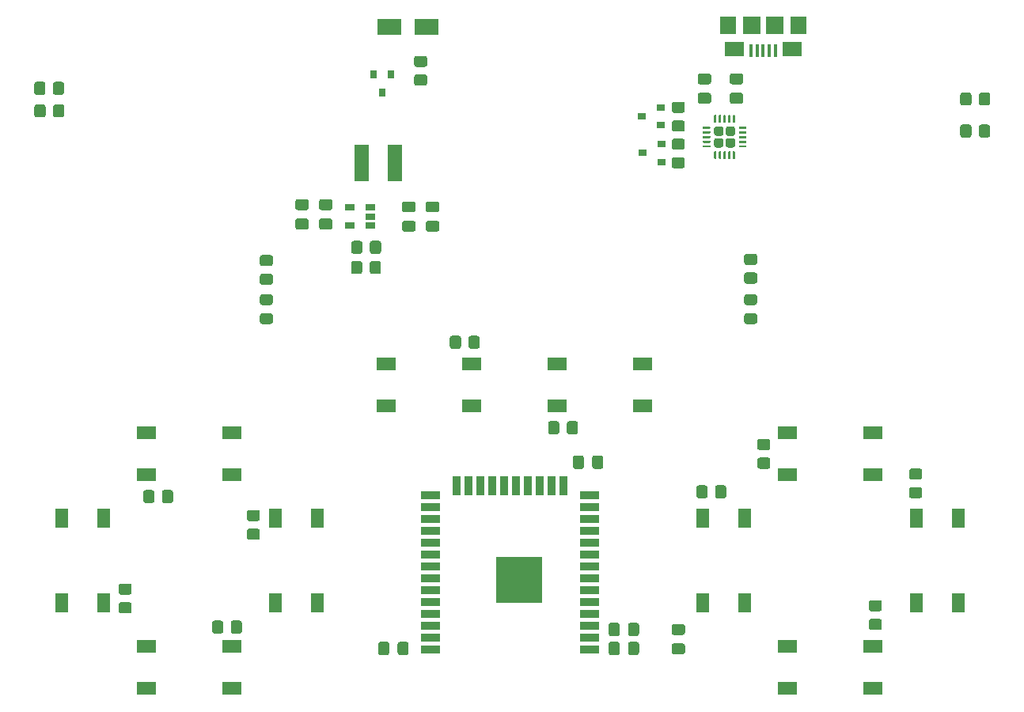
<source format=gbr>
%TF.GenerationSoftware,KiCad,Pcbnew,5.1.12-84ad8e8a86~92~ubuntu18.04.1*%
%TF.CreationDate,2021-12-07T10:10:18-05:00*%
%TF.ProjectId,Makers-Unified-Controller,4d616b65-7273-42d5-956e-69666965642d,rev?*%
%TF.SameCoordinates,Original*%
%TF.FileFunction,Paste,Top*%
%TF.FilePolarity,Positive*%
%FSLAX46Y46*%
G04 Gerber Fmt 4.6, Leading zero omitted, Abs format (unit mm)*
G04 Created by KiCad (PCBNEW 5.1.12-84ad8e8a86~92~ubuntu18.04.1) date 2021-12-07 10:10:18*
%MOMM*%
%LPD*%
G01*
G04 APERTURE LIST*
%ADD10R,2.100000X1.400000*%
%ADD11R,2.000000X0.900000*%
%ADD12R,0.900000X2.000000*%
%ADD13R,5.000000X5.000000*%
%ADD14R,1.060000X0.650000*%
%ADD15R,1.400000X2.100000*%
%ADD16R,0.900000X0.800000*%
%ADD17R,0.800000X0.900000*%
%ADD18R,1.498600X3.987800*%
%ADD19R,0.400000X1.350000*%
%ADD20R,2.100000X1.600000*%
%ADD21R,1.900000X1.900000*%
%ADD22R,1.800000X1.900000*%
%ADD23R,2.500000X1.800000*%
G04 APERTURE END LIST*
D10*
%TO.C,SW12*%
X191030000Y-125440000D03*
X200130000Y-125440000D03*
X200130000Y-120940000D03*
X191030000Y-120940000D03*
%TD*%
%TO.C,C11*%
G36*
G01*
X169222000Y-100744000D02*
X169222000Y-101694000D01*
G75*
G02*
X168972000Y-101944000I-250000J0D01*
G01*
X168297000Y-101944000D01*
G75*
G02*
X168047000Y-101694000I0J250000D01*
G01*
X168047000Y-100744000D01*
G75*
G02*
X168297000Y-100494000I250000J0D01*
G01*
X168972000Y-100494000D01*
G75*
G02*
X169222000Y-100744000I0J-250000D01*
G01*
G37*
G36*
G01*
X171297000Y-100744000D02*
X171297000Y-101694000D01*
G75*
G02*
X171047000Y-101944000I-250000J0D01*
G01*
X170372000Y-101944000D01*
G75*
G02*
X170122000Y-101694000I0J250000D01*
G01*
X170122000Y-100744000D01*
G75*
G02*
X170372000Y-100494000I250000J0D01*
G01*
X171047000Y-100494000D01*
G75*
G02*
X171297000Y-100744000I0J-250000D01*
G01*
G37*
%TD*%
%TO.C,C10*%
G36*
G01*
X149294000Y-121633000D02*
X149294000Y-120683000D01*
G75*
G02*
X149544000Y-120433000I250000J0D01*
G01*
X150219000Y-120433000D01*
G75*
G02*
X150469000Y-120683000I0J-250000D01*
G01*
X150469000Y-121633000D01*
G75*
G02*
X150219000Y-121883000I-250000J0D01*
G01*
X149544000Y-121883000D01*
G75*
G02*
X149294000Y-121633000I0J250000D01*
G01*
G37*
G36*
G01*
X147219000Y-121633000D02*
X147219000Y-120683000D01*
G75*
G02*
X147469000Y-120433000I250000J0D01*
G01*
X148144000Y-120433000D01*
G75*
G02*
X148394000Y-120683000I0J-250000D01*
G01*
X148394000Y-121633000D01*
G75*
G02*
X148144000Y-121883000I-250000J0D01*
G01*
X147469000Y-121883000D01*
G75*
G02*
X147219000Y-121633000I0J250000D01*
G01*
G37*
%TD*%
%TO.C,C9*%
G36*
G01*
X182593000Y-60785500D02*
X181643000Y-60785500D01*
G75*
G02*
X181393000Y-60535500I0J250000D01*
G01*
X181393000Y-59860500D01*
G75*
G02*
X181643000Y-59610500I250000J0D01*
G01*
X182593000Y-59610500D01*
G75*
G02*
X182843000Y-59860500I0J-250000D01*
G01*
X182843000Y-60535500D01*
G75*
G02*
X182593000Y-60785500I-250000J0D01*
G01*
G37*
G36*
G01*
X182593000Y-62860500D02*
X181643000Y-62860500D01*
G75*
G02*
X181393000Y-62610500I0J250000D01*
G01*
X181393000Y-61935500D01*
G75*
G02*
X181643000Y-61685500I250000J0D01*
G01*
X182593000Y-61685500D01*
G75*
G02*
X182843000Y-61935500I0J-250000D01*
G01*
X182843000Y-62610500D01*
G75*
G02*
X182593000Y-62860500I-250000J0D01*
G01*
G37*
%TD*%
D11*
%TO.C,U5*%
X152790000Y-121285000D03*
X152790000Y-120015000D03*
X152790000Y-118745000D03*
X152790000Y-117475000D03*
X152790000Y-116205000D03*
X152790000Y-114935000D03*
X152790000Y-113665000D03*
X152790000Y-112395000D03*
X152790000Y-111125000D03*
X152790000Y-109855000D03*
X152790000Y-108585000D03*
X152790000Y-107315000D03*
X152790000Y-106045000D03*
X152790000Y-104775000D03*
D12*
X155575000Y-103775000D03*
X156845000Y-103775000D03*
X158115000Y-103775000D03*
X159385000Y-103775000D03*
X160655000Y-103775000D03*
X161925000Y-103775000D03*
X163195000Y-103775000D03*
X164465000Y-103775000D03*
X165735000Y-103775000D03*
X167005000Y-103775000D03*
D11*
X169790000Y-104775000D03*
X169790000Y-106045000D03*
X169790000Y-107315000D03*
X169790000Y-108585000D03*
X169790000Y-109855000D03*
X169790000Y-111125000D03*
X169790000Y-112395000D03*
X169790000Y-113665000D03*
X169790000Y-114935000D03*
X169790000Y-116205000D03*
X169790000Y-117475000D03*
X169790000Y-118745000D03*
X169790000Y-120015000D03*
X169790000Y-121285000D03*
D13*
X162290000Y-113785000D03*
%TD*%
D14*
%TO.C,U3*%
X144145000Y-75880000D03*
X144145000Y-73980000D03*
X146345000Y-73980000D03*
X146345000Y-74930000D03*
X146345000Y-75880000D03*
%TD*%
%TO.C,U2*%
G36*
G01*
X185157000Y-66301000D02*
X184647000Y-66301000D01*
G75*
G02*
X184397000Y-66051000I0J250000D01*
G01*
X184397000Y-65541000D01*
G75*
G02*
X184647000Y-65291000I250000J0D01*
G01*
X185157000Y-65291000D01*
G75*
G02*
X185407000Y-65541000I0J-250000D01*
G01*
X185407000Y-66051000D01*
G75*
G02*
X185157000Y-66301000I-250000J0D01*
G01*
G37*
G36*
G01*
X183907000Y-66301000D02*
X183397000Y-66301000D01*
G75*
G02*
X183147000Y-66051000I0J250000D01*
G01*
X183147000Y-65541000D01*
G75*
G02*
X183397000Y-65291000I250000J0D01*
G01*
X183907000Y-65291000D01*
G75*
G02*
X184157000Y-65541000I0J-250000D01*
G01*
X184157000Y-66051000D01*
G75*
G02*
X183907000Y-66301000I-250000J0D01*
G01*
G37*
G36*
G01*
X185157000Y-67551000D02*
X184647000Y-67551000D01*
G75*
G02*
X184397000Y-67301000I0J250000D01*
G01*
X184397000Y-66791000D01*
G75*
G02*
X184647000Y-66541000I250000J0D01*
G01*
X185157000Y-66541000D01*
G75*
G02*
X185407000Y-66791000I0J-250000D01*
G01*
X185407000Y-67301000D01*
G75*
G02*
X185157000Y-67551000I-250000J0D01*
G01*
G37*
G36*
G01*
X183907000Y-67551000D02*
X183397000Y-67551000D01*
G75*
G02*
X183147000Y-67301000I0J250000D01*
G01*
X183147000Y-66791000D01*
G75*
G02*
X183397000Y-66541000I250000J0D01*
G01*
X183907000Y-66541000D01*
G75*
G02*
X184157000Y-66791000I0J-250000D01*
G01*
X184157000Y-67301000D01*
G75*
G02*
X183907000Y-67551000I-250000J0D01*
G01*
G37*
G36*
G01*
X182689500Y-67546000D02*
X181989500Y-67546000D01*
G75*
G02*
X181927000Y-67483500I0J62500D01*
G01*
X181927000Y-67358500D01*
G75*
G02*
X181989500Y-67296000I62500J0D01*
G01*
X182689500Y-67296000D01*
G75*
G02*
X182752000Y-67358500I0J-62500D01*
G01*
X182752000Y-67483500D01*
G75*
G02*
X182689500Y-67546000I-62500J0D01*
G01*
G37*
G36*
G01*
X182689500Y-67046000D02*
X181989500Y-67046000D01*
G75*
G02*
X181927000Y-66983500I0J62500D01*
G01*
X181927000Y-66858500D01*
G75*
G02*
X181989500Y-66796000I62500J0D01*
G01*
X182689500Y-66796000D01*
G75*
G02*
X182752000Y-66858500I0J-62500D01*
G01*
X182752000Y-66983500D01*
G75*
G02*
X182689500Y-67046000I-62500J0D01*
G01*
G37*
G36*
G01*
X182689500Y-66546000D02*
X181989500Y-66546000D01*
G75*
G02*
X181927000Y-66483500I0J62500D01*
G01*
X181927000Y-66358500D01*
G75*
G02*
X181989500Y-66296000I62500J0D01*
G01*
X182689500Y-66296000D01*
G75*
G02*
X182752000Y-66358500I0J-62500D01*
G01*
X182752000Y-66483500D01*
G75*
G02*
X182689500Y-66546000I-62500J0D01*
G01*
G37*
G36*
G01*
X182689500Y-66046000D02*
X181989500Y-66046000D01*
G75*
G02*
X181927000Y-65983500I0J62500D01*
G01*
X181927000Y-65858500D01*
G75*
G02*
X181989500Y-65796000I62500J0D01*
G01*
X182689500Y-65796000D01*
G75*
G02*
X182752000Y-65858500I0J-62500D01*
G01*
X182752000Y-65983500D01*
G75*
G02*
X182689500Y-66046000I-62500J0D01*
G01*
G37*
G36*
G01*
X182689500Y-65546000D02*
X181989500Y-65546000D01*
G75*
G02*
X181927000Y-65483500I0J62500D01*
G01*
X181927000Y-65358500D01*
G75*
G02*
X181989500Y-65296000I62500J0D01*
G01*
X182689500Y-65296000D01*
G75*
G02*
X182752000Y-65358500I0J-62500D01*
G01*
X182752000Y-65483500D01*
G75*
G02*
X182689500Y-65546000I-62500J0D01*
G01*
G37*
G36*
G01*
X183339500Y-64896000D02*
X183214500Y-64896000D01*
G75*
G02*
X183152000Y-64833500I0J62500D01*
G01*
X183152000Y-64133500D01*
G75*
G02*
X183214500Y-64071000I62500J0D01*
G01*
X183339500Y-64071000D01*
G75*
G02*
X183402000Y-64133500I0J-62500D01*
G01*
X183402000Y-64833500D01*
G75*
G02*
X183339500Y-64896000I-62500J0D01*
G01*
G37*
G36*
G01*
X183839500Y-64896000D02*
X183714500Y-64896000D01*
G75*
G02*
X183652000Y-64833500I0J62500D01*
G01*
X183652000Y-64133500D01*
G75*
G02*
X183714500Y-64071000I62500J0D01*
G01*
X183839500Y-64071000D01*
G75*
G02*
X183902000Y-64133500I0J-62500D01*
G01*
X183902000Y-64833500D01*
G75*
G02*
X183839500Y-64896000I-62500J0D01*
G01*
G37*
G36*
G01*
X184339500Y-64896000D02*
X184214500Y-64896000D01*
G75*
G02*
X184152000Y-64833500I0J62500D01*
G01*
X184152000Y-64133500D01*
G75*
G02*
X184214500Y-64071000I62500J0D01*
G01*
X184339500Y-64071000D01*
G75*
G02*
X184402000Y-64133500I0J-62500D01*
G01*
X184402000Y-64833500D01*
G75*
G02*
X184339500Y-64896000I-62500J0D01*
G01*
G37*
G36*
G01*
X184839500Y-64896000D02*
X184714500Y-64896000D01*
G75*
G02*
X184652000Y-64833500I0J62500D01*
G01*
X184652000Y-64133500D01*
G75*
G02*
X184714500Y-64071000I62500J0D01*
G01*
X184839500Y-64071000D01*
G75*
G02*
X184902000Y-64133500I0J-62500D01*
G01*
X184902000Y-64833500D01*
G75*
G02*
X184839500Y-64896000I-62500J0D01*
G01*
G37*
G36*
G01*
X185339500Y-64896000D02*
X185214500Y-64896000D01*
G75*
G02*
X185152000Y-64833500I0J62500D01*
G01*
X185152000Y-64133500D01*
G75*
G02*
X185214500Y-64071000I62500J0D01*
G01*
X185339500Y-64071000D01*
G75*
G02*
X185402000Y-64133500I0J-62500D01*
G01*
X185402000Y-64833500D01*
G75*
G02*
X185339500Y-64896000I-62500J0D01*
G01*
G37*
G36*
G01*
X186564500Y-65546000D02*
X185864500Y-65546000D01*
G75*
G02*
X185802000Y-65483500I0J62500D01*
G01*
X185802000Y-65358500D01*
G75*
G02*
X185864500Y-65296000I62500J0D01*
G01*
X186564500Y-65296000D01*
G75*
G02*
X186627000Y-65358500I0J-62500D01*
G01*
X186627000Y-65483500D01*
G75*
G02*
X186564500Y-65546000I-62500J0D01*
G01*
G37*
G36*
G01*
X186564500Y-66046000D02*
X185864500Y-66046000D01*
G75*
G02*
X185802000Y-65983500I0J62500D01*
G01*
X185802000Y-65858500D01*
G75*
G02*
X185864500Y-65796000I62500J0D01*
G01*
X186564500Y-65796000D01*
G75*
G02*
X186627000Y-65858500I0J-62500D01*
G01*
X186627000Y-65983500D01*
G75*
G02*
X186564500Y-66046000I-62500J0D01*
G01*
G37*
G36*
G01*
X186564500Y-66546000D02*
X185864500Y-66546000D01*
G75*
G02*
X185802000Y-66483500I0J62500D01*
G01*
X185802000Y-66358500D01*
G75*
G02*
X185864500Y-66296000I62500J0D01*
G01*
X186564500Y-66296000D01*
G75*
G02*
X186627000Y-66358500I0J-62500D01*
G01*
X186627000Y-66483500D01*
G75*
G02*
X186564500Y-66546000I-62500J0D01*
G01*
G37*
G36*
G01*
X186564500Y-67046000D02*
X185864500Y-67046000D01*
G75*
G02*
X185802000Y-66983500I0J62500D01*
G01*
X185802000Y-66858500D01*
G75*
G02*
X185864500Y-66796000I62500J0D01*
G01*
X186564500Y-66796000D01*
G75*
G02*
X186627000Y-66858500I0J-62500D01*
G01*
X186627000Y-66983500D01*
G75*
G02*
X186564500Y-67046000I-62500J0D01*
G01*
G37*
G36*
G01*
X186564500Y-67546000D02*
X185864500Y-67546000D01*
G75*
G02*
X185802000Y-67483500I0J62500D01*
G01*
X185802000Y-67358500D01*
G75*
G02*
X185864500Y-67296000I62500J0D01*
G01*
X186564500Y-67296000D01*
G75*
G02*
X186627000Y-67358500I0J-62500D01*
G01*
X186627000Y-67483500D01*
G75*
G02*
X186564500Y-67546000I-62500J0D01*
G01*
G37*
G36*
G01*
X185339500Y-68771000D02*
X185214500Y-68771000D01*
G75*
G02*
X185152000Y-68708500I0J62500D01*
G01*
X185152000Y-68008500D01*
G75*
G02*
X185214500Y-67946000I62500J0D01*
G01*
X185339500Y-67946000D01*
G75*
G02*
X185402000Y-68008500I0J-62500D01*
G01*
X185402000Y-68708500D01*
G75*
G02*
X185339500Y-68771000I-62500J0D01*
G01*
G37*
G36*
G01*
X184839500Y-68771000D02*
X184714500Y-68771000D01*
G75*
G02*
X184652000Y-68708500I0J62500D01*
G01*
X184652000Y-68008500D01*
G75*
G02*
X184714500Y-67946000I62500J0D01*
G01*
X184839500Y-67946000D01*
G75*
G02*
X184902000Y-68008500I0J-62500D01*
G01*
X184902000Y-68708500D01*
G75*
G02*
X184839500Y-68771000I-62500J0D01*
G01*
G37*
G36*
G01*
X184339500Y-68771000D02*
X184214500Y-68771000D01*
G75*
G02*
X184152000Y-68708500I0J62500D01*
G01*
X184152000Y-68008500D01*
G75*
G02*
X184214500Y-67946000I62500J0D01*
G01*
X184339500Y-67946000D01*
G75*
G02*
X184402000Y-68008500I0J-62500D01*
G01*
X184402000Y-68708500D01*
G75*
G02*
X184339500Y-68771000I-62500J0D01*
G01*
G37*
G36*
G01*
X183839500Y-68771000D02*
X183714500Y-68771000D01*
G75*
G02*
X183652000Y-68708500I0J62500D01*
G01*
X183652000Y-68008500D01*
G75*
G02*
X183714500Y-67946000I62500J0D01*
G01*
X183839500Y-67946000D01*
G75*
G02*
X183902000Y-68008500I0J-62500D01*
G01*
X183902000Y-68708500D01*
G75*
G02*
X183839500Y-68771000I-62500J0D01*
G01*
G37*
G36*
G01*
X183339500Y-68771000D02*
X183214500Y-68771000D01*
G75*
G02*
X183152000Y-68708500I0J62500D01*
G01*
X183152000Y-68008500D01*
G75*
G02*
X183214500Y-67946000I62500J0D01*
G01*
X183339500Y-67946000D01*
G75*
G02*
X183402000Y-68008500I0J-62500D01*
G01*
X183402000Y-68708500D01*
G75*
G02*
X183339500Y-68771000I-62500J0D01*
G01*
G37*
%TD*%
D15*
%TO.C,SW13*%
X186400000Y-116310000D03*
X186400000Y-107210000D03*
X181900000Y-107210000D03*
X181900000Y-116310000D03*
%TD*%
%TO.C,SW11*%
X209260000Y-116310000D03*
X209260000Y-107210000D03*
X204760000Y-107210000D03*
X204760000Y-116310000D03*
%TD*%
D10*
%TO.C,SW10*%
X200130000Y-98080000D03*
X191030000Y-98080000D03*
X191030000Y-102580000D03*
X200130000Y-102580000D03*
%TD*%
D15*
%TO.C,SW9*%
X113320000Y-107210000D03*
X113320000Y-116310000D03*
X117820000Y-116310000D03*
X117820000Y-107210000D03*
%TD*%
D10*
%TO.C,SW8*%
X122450000Y-125440000D03*
X131550000Y-125440000D03*
X131550000Y-120940000D03*
X122450000Y-120940000D03*
%TD*%
D15*
%TO.C,SW7*%
X140680000Y-116310000D03*
X140680000Y-107210000D03*
X136180000Y-107210000D03*
X136180000Y-116310000D03*
%TD*%
D10*
%TO.C,SW6*%
X131550000Y-98080000D03*
X122450000Y-98080000D03*
X122450000Y-102580000D03*
X131550000Y-102580000D03*
%TD*%
%TO.C,SW3*%
X148104000Y-95214000D03*
X157204000Y-95214000D03*
X157204000Y-90714000D03*
X148104000Y-90714000D03*
%TD*%
%TO.C,SW2*%
X175492000Y-90714000D03*
X166392000Y-90714000D03*
X166392000Y-95214000D03*
X175492000Y-95214000D03*
%TD*%
%TO.C,R21*%
G36*
G01*
X186620999Y-80918000D02*
X187521001Y-80918000D01*
G75*
G02*
X187771000Y-81167999I0J-249999D01*
G01*
X187771000Y-81868001D01*
G75*
G02*
X187521001Y-82118000I-249999J0D01*
G01*
X186620999Y-82118000D01*
G75*
G02*
X186371000Y-81868001I0J249999D01*
G01*
X186371000Y-81167999D01*
G75*
G02*
X186620999Y-80918000I249999J0D01*
G01*
G37*
G36*
G01*
X186620999Y-78918000D02*
X187521001Y-78918000D01*
G75*
G02*
X187771000Y-79167999I0J-249999D01*
G01*
X187771000Y-79868001D01*
G75*
G02*
X187521001Y-80118000I-249999J0D01*
G01*
X186620999Y-80118000D01*
G75*
G02*
X186371000Y-79868001I0J249999D01*
G01*
X186371000Y-79167999D01*
G75*
G02*
X186620999Y-78918000I249999J0D01*
G01*
G37*
%TD*%
%TO.C,R20*%
G36*
G01*
X183264000Y-104844001D02*
X183264000Y-103943999D01*
G75*
G02*
X183513999Y-103694000I249999J0D01*
G01*
X184214001Y-103694000D01*
G75*
G02*
X184464000Y-103943999I0J-249999D01*
G01*
X184464000Y-104844001D01*
G75*
G02*
X184214001Y-105094000I-249999J0D01*
G01*
X183513999Y-105094000D01*
G75*
G02*
X183264000Y-104844001I0J249999D01*
G01*
G37*
G36*
G01*
X181264000Y-104844001D02*
X181264000Y-103943999D01*
G75*
G02*
X181513999Y-103694000I249999J0D01*
G01*
X182214001Y-103694000D01*
G75*
G02*
X182464000Y-103943999I0J-249999D01*
G01*
X182464000Y-104844001D01*
G75*
G02*
X182214001Y-105094000I-249999J0D01*
G01*
X181513999Y-105094000D01*
G75*
G02*
X181264000Y-104844001I0J249999D01*
G01*
G37*
%TD*%
%TO.C,R19*%
G36*
G01*
X134804999Y-81045000D02*
X135705001Y-81045000D01*
G75*
G02*
X135955000Y-81294999I0J-249999D01*
G01*
X135955000Y-81995001D01*
G75*
G02*
X135705001Y-82245000I-249999J0D01*
G01*
X134804999Y-82245000D01*
G75*
G02*
X134555000Y-81995001I0J249999D01*
G01*
X134555000Y-81294999D01*
G75*
G02*
X134804999Y-81045000I249999J0D01*
G01*
G37*
G36*
G01*
X134804999Y-79045000D02*
X135705001Y-79045000D01*
G75*
G02*
X135955000Y-79294999I0J-249999D01*
G01*
X135955000Y-79995001D01*
G75*
G02*
X135705001Y-80245000I-249999J0D01*
G01*
X134804999Y-80245000D01*
G75*
G02*
X134555000Y-79995001I0J249999D01*
G01*
X134555000Y-79294999D01*
G75*
G02*
X134804999Y-79045000I249999J0D01*
G01*
G37*
%TD*%
%TO.C,R18*%
G36*
G01*
X200856001Y-117186000D02*
X199955999Y-117186000D01*
G75*
G02*
X199706000Y-116936001I0J249999D01*
G01*
X199706000Y-116235999D01*
G75*
G02*
X199955999Y-115986000I249999J0D01*
G01*
X200856001Y-115986000D01*
G75*
G02*
X201106000Y-116235999I0J-249999D01*
G01*
X201106000Y-116936001D01*
G75*
G02*
X200856001Y-117186000I-249999J0D01*
G01*
G37*
G36*
G01*
X200856001Y-119186000D02*
X199955999Y-119186000D01*
G75*
G02*
X199706000Y-118936001I0J249999D01*
G01*
X199706000Y-118235999D01*
G75*
G02*
X199955999Y-117986000I249999J0D01*
G01*
X200856001Y-117986000D01*
G75*
G02*
X201106000Y-118235999I0J-249999D01*
G01*
X201106000Y-118936001D01*
G75*
G02*
X200856001Y-119186000I-249999J0D01*
G01*
G37*
%TD*%
%TO.C,R17*%
G36*
G01*
X205174001Y-103089000D02*
X204273999Y-103089000D01*
G75*
G02*
X204024000Y-102839001I0J249999D01*
G01*
X204024000Y-102138999D01*
G75*
G02*
X204273999Y-101889000I249999J0D01*
G01*
X205174001Y-101889000D01*
G75*
G02*
X205424000Y-102138999I0J-249999D01*
G01*
X205424000Y-102839001D01*
G75*
G02*
X205174001Y-103089000I-249999J0D01*
G01*
G37*
G36*
G01*
X205174001Y-105089000D02*
X204273999Y-105089000D01*
G75*
G02*
X204024000Y-104839001I0J249999D01*
G01*
X204024000Y-104138999D01*
G75*
G02*
X204273999Y-103889000I249999J0D01*
G01*
X205174001Y-103889000D01*
G75*
G02*
X205424000Y-104138999I0J-249999D01*
G01*
X205424000Y-104839001D01*
G75*
G02*
X205174001Y-105089000I-249999J0D01*
G01*
G37*
%TD*%
%TO.C,R16*%
G36*
G01*
X188918001Y-99930000D02*
X188017999Y-99930000D01*
G75*
G02*
X187768000Y-99680001I0J249999D01*
G01*
X187768000Y-98979999D01*
G75*
G02*
X188017999Y-98730000I249999J0D01*
G01*
X188918001Y-98730000D01*
G75*
G02*
X189168000Y-98979999I0J-249999D01*
G01*
X189168000Y-99680001D01*
G75*
G02*
X188918001Y-99930000I-249999J0D01*
G01*
G37*
G36*
G01*
X188918001Y-101930000D02*
X188017999Y-101930000D01*
G75*
G02*
X187768000Y-101680001I0J249999D01*
G01*
X187768000Y-100979999D01*
G75*
G02*
X188017999Y-100730000I249999J0D01*
G01*
X188918001Y-100730000D01*
G75*
G02*
X189168000Y-100979999I0J-249999D01*
G01*
X189168000Y-101680001D01*
G75*
G02*
X188918001Y-101930000I-249999J0D01*
G01*
G37*
%TD*%
%TO.C,R15*%
G36*
G01*
X120592001Y-115408000D02*
X119691999Y-115408000D01*
G75*
G02*
X119442000Y-115158001I0J249999D01*
G01*
X119442000Y-114457999D01*
G75*
G02*
X119691999Y-114208000I249999J0D01*
G01*
X120592001Y-114208000D01*
G75*
G02*
X120842000Y-114457999I0J-249999D01*
G01*
X120842000Y-115158001D01*
G75*
G02*
X120592001Y-115408000I-249999J0D01*
G01*
G37*
G36*
G01*
X120592001Y-117408000D02*
X119691999Y-117408000D01*
G75*
G02*
X119442000Y-117158001I0J249999D01*
G01*
X119442000Y-116457999D01*
G75*
G02*
X119691999Y-116208000I249999J0D01*
G01*
X120592001Y-116208000D01*
G75*
G02*
X120842000Y-116457999I0J-249999D01*
G01*
X120842000Y-117158001D01*
G75*
G02*
X120592001Y-117408000I-249999J0D01*
G01*
G37*
%TD*%
%TO.C,R14*%
G36*
G01*
X130648000Y-118421999D02*
X130648000Y-119322001D01*
G75*
G02*
X130398001Y-119572000I-249999J0D01*
G01*
X129697999Y-119572000D01*
G75*
G02*
X129448000Y-119322001I0J249999D01*
G01*
X129448000Y-118421999D01*
G75*
G02*
X129697999Y-118172000I249999J0D01*
G01*
X130398001Y-118172000D01*
G75*
G02*
X130648000Y-118421999I0J-249999D01*
G01*
G37*
G36*
G01*
X132648000Y-118421999D02*
X132648000Y-119322001D01*
G75*
G02*
X132398001Y-119572000I-249999J0D01*
G01*
X131697999Y-119572000D01*
G75*
G02*
X131448000Y-119322001I0J249999D01*
G01*
X131448000Y-118421999D01*
G75*
G02*
X131697999Y-118172000I249999J0D01*
G01*
X132398001Y-118172000D01*
G75*
G02*
X132648000Y-118421999I0J-249999D01*
G01*
G37*
%TD*%
%TO.C,R13*%
G36*
G01*
X133407999Y-108334000D02*
X134308001Y-108334000D01*
G75*
G02*
X134558000Y-108583999I0J-249999D01*
G01*
X134558000Y-109284001D01*
G75*
G02*
X134308001Y-109534000I-249999J0D01*
G01*
X133407999Y-109534000D01*
G75*
G02*
X133158000Y-109284001I0J249999D01*
G01*
X133158000Y-108583999D01*
G75*
G02*
X133407999Y-108334000I249999J0D01*
G01*
G37*
G36*
G01*
X133407999Y-106334000D02*
X134308001Y-106334000D01*
G75*
G02*
X134558000Y-106583999I0J-249999D01*
G01*
X134558000Y-107284001D01*
G75*
G02*
X134308001Y-107534000I-249999J0D01*
G01*
X133407999Y-107534000D01*
G75*
G02*
X133158000Y-107284001I0J249999D01*
G01*
X133158000Y-106583999D01*
G75*
G02*
X133407999Y-106334000I249999J0D01*
G01*
G37*
%TD*%
%TO.C,R12*%
G36*
G01*
X124082000Y-105352001D02*
X124082000Y-104451999D01*
G75*
G02*
X124331999Y-104202000I249999J0D01*
G01*
X125032001Y-104202000D01*
G75*
G02*
X125282000Y-104451999I0J-249999D01*
G01*
X125282000Y-105352001D01*
G75*
G02*
X125032001Y-105602000I-249999J0D01*
G01*
X124331999Y-105602000D01*
G75*
G02*
X124082000Y-105352001I0J249999D01*
G01*
G37*
G36*
G01*
X122082000Y-105352001D02*
X122082000Y-104451999D01*
G75*
G02*
X122331999Y-104202000I249999J0D01*
G01*
X123032001Y-104202000D01*
G75*
G02*
X123282000Y-104451999I0J-249999D01*
G01*
X123282000Y-105352001D01*
G75*
G02*
X123032001Y-105602000I-249999J0D01*
G01*
X122331999Y-105602000D01*
G75*
G02*
X122082000Y-105352001I0J249999D01*
G01*
G37*
%TD*%
%TO.C,R11*%
G36*
G01*
X111614000Y-60763999D02*
X111614000Y-61664001D01*
G75*
G02*
X111364001Y-61914000I-249999J0D01*
G01*
X110663999Y-61914000D01*
G75*
G02*
X110414000Y-61664001I0J249999D01*
G01*
X110414000Y-60763999D01*
G75*
G02*
X110663999Y-60514000I249999J0D01*
G01*
X111364001Y-60514000D01*
G75*
G02*
X111614000Y-60763999I0J-249999D01*
G01*
G37*
G36*
G01*
X113614000Y-60763999D02*
X113614000Y-61664001D01*
G75*
G02*
X113364001Y-61914000I-249999J0D01*
G01*
X112663999Y-61914000D01*
G75*
G02*
X112414000Y-61664001I0J249999D01*
G01*
X112414000Y-60763999D01*
G75*
G02*
X112663999Y-60514000I249999J0D01*
G01*
X113364001Y-60514000D01*
G75*
G02*
X113614000Y-60763999I0J-249999D01*
G01*
G37*
%TD*%
%TO.C,R10*%
G36*
G01*
X156880000Y-88842001D02*
X156880000Y-87941999D01*
G75*
G02*
X157129999Y-87692000I249999J0D01*
G01*
X157830001Y-87692000D01*
G75*
G02*
X158080000Y-87941999I0J-249999D01*
G01*
X158080000Y-88842001D01*
G75*
G02*
X157830001Y-89092000I-249999J0D01*
G01*
X157129999Y-89092000D01*
G75*
G02*
X156880000Y-88842001I0J249999D01*
G01*
G37*
G36*
G01*
X154880000Y-88842001D02*
X154880000Y-87941999D01*
G75*
G02*
X155129999Y-87692000I249999J0D01*
G01*
X155830001Y-87692000D01*
G75*
G02*
X156080000Y-87941999I0J-249999D01*
G01*
X156080000Y-88842001D01*
G75*
G02*
X155830001Y-89092000I-249999J0D01*
G01*
X155129999Y-89092000D01*
G75*
G02*
X154880000Y-88842001I0J249999D01*
G01*
G37*
%TD*%
%TO.C,R9*%
G36*
G01*
X211490000Y-62807001D02*
X211490000Y-61906999D01*
G75*
G02*
X211739999Y-61657000I249999J0D01*
G01*
X212440001Y-61657000D01*
G75*
G02*
X212690000Y-61906999I0J-249999D01*
G01*
X212690000Y-62807001D01*
G75*
G02*
X212440001Y-63057000I-249999J0D01*
G01*
X211739999Y-63057000D01*
G75*
G02*
X211490000Y-62807001I0J249999D01*
G01*
G37*
G36*
G01*
X209490000Y-62807001D02*
X209490000Y-61906999D01*
G75*
G02*
X209739999Y-61657000I249999J0D01*
G01*
X210440001Y-61657000D01*
G75*
G02*
X210690000Y-61906999I0J-249999D01*
G01*
X210690000Y-62807001D01*
G75*
G02*
X210440001Y-63057000I-249999J0D01*
G01*
X209739999Y-63057000D01*
G75*
G02*
X209490000Y-62807001I0J249999D01*
G01*
G37*
%TD*%
%TO.C,R8*%
G36*
G01*
X166589000Y-97085999D02*
X166589000Y-97986001D01*
G75*
G02*
X166339001Y-98236000I-249999J0D01*
G01*
X165638999Y-98236000D01*
G75*
G02*
X165389000Y-97986001I0J249999D01*
G01*
X165389000Y-97085999D01*
G75*
G02*
X165638999Y-96836000I249999J0D01*
G01*
X166339001Y-96836000D01*
G75*
G02*
X166589000Y-97085999I0J-249999D01*
G01*
G37*
G36*
G01*
X168589000Y-97085999D02*
X168589000Y-97986001D01*
G75*
G02*
X168339001Y-98236000I-249999J0D01*
G01*
X167638999Y-98236000D01*
G75*
G02*
X167389000Y-97986001I0J249999D01*
G01*
X167389000Y-97085999D01*
G75*
G02*
X167638999Y-96836000I249999J0D01*
G01*
X168339001Y-96836000D01*
G75*
G02*
X168589000Y-97085999I0J-249999D01*
G01*
G37*
%TD*%
%TO.C,R7*%
G36*
G01*
X146307000Y-80841001D02*
X146307000Y-79940999D01*
G75*
G02*
X146556999Y-79691000I249999J0D01*
G01*
X147257001Y-79691000D01*
G75*
G02*
X147507000Y-79940999I0J-249999D01*
G01*
X147507000Y-80841001D01*
G75*
G02*
X147257001Y-81091000I-249999J0D01*
G01*
X146556999Y-81091000D01*
G75*
G02*
X146307000Y-80841001I0J249999D01*
G01*
G37*
G36*
G01*
X144307000Y-80841001D02*
X144307000Y-79940999D01*
G75*
G02*
X144556999Y-79691000I249999J0D01*
G01*
X145257001Y-79691000D01*
G75*
G02*
X145507000Y-79940999I0J-249999D01*
G01*
X145507000Y-80841001D01*
G75*
G02*
X145257001Y-81091000I-249999J0D01*
G01*
X144556999Y-81091000D01*
G75*
G02*
X144307000Y-80841001I0J249999D01*
G01*
G37*
%TD*%
%TO.C,R6*%
G36*
G01*
X145523000Y-77781999D02*
X145523000Y-78682001D01*
G75*
G02*
X145273001Y-78932000I-249999J0D01*
G01*
X144572999Y-78932000D01*
G75*
G02*
X144323000Y-78682001I0J249999D01*
G01*
X144323000Y-77781999D01*
G75*
G02*
X144572999Y-77532000I249999J0D01*
G01*
X145273001Y-77532000D01*
G75*
G02*
X145523000Y-77781999I0J-249999D01*
G01*
G37*
G36*
G01*
X147523000Y-77781999D02*
X147523000Y-78682001D01*
G75*
G02*
X147273001Y-78932000I-249999J0D01*
G01*
X146572999Y-78932000D01*
G75*
G02*
X146323000Y-78682001I0J249999D01*
G01*
X146323000Y-77781999D01*
G75*
G02*
X146572999Y-77532000I249999J0D01*
G01*
X147273001Y-77532000D01*
G75*
G02*
X147523000Y-77781999I0J-249999D01*
G01*
G37*
%TD*%
%TO.C,R5*%
G36*
G01*
X211490000Y-66236001D02*
X211490000Y-65335999D01*
G75*
G02*
X211739999Y-65086000I249999J0D01*
G01*
X212440001Y-65086000D01*
G75*
G02*
X212690000Y-65335999I0J-249999D01*
G01*
X212690000Y-66236001D01*
G75*
G02*
X212440001Y-66486000I-249999J0D01*
G01*
X211739999Y-66486000D01*
G75*
G02*
X211490000Y-66236001I0J249999D01*
G01*
G37*
G36*
G01*
X209490000Y-66236001D02*
X209490000Y-65335999D01*
G75*
G02*
X209739999Y-65086000I249999J0D01*
G01*
X210440001Y-65086000D01*
G75*
G02*
X210690000Y-65335999I0J-249999D01*
G01*
X210690000Y-66236001D01*
G75*
G02*
X210440001Y-66486000I-249999J0D01*
G01*
X209739999Y-66486000D01*
G75*
G02*
X209490000Y-66236001I0J249999D01*
G01*
G37*
%TD*%
%TO.C,R4*%
G36*
G01*
X178873999Y-64646000D02*
X179774001Y-64646000D01*
G75*
G02*
X180024000Y-64895999I0J-249999D01*
G01*
X180024000Y-65596001D01*
G75*
G02*
X179774001Y-65846000I-249999J0D01*
G01*
X178873999Y-65846000D01*
G75*
G02*
X178624000Y-65596001I0J249999D01*
G01*
X178624000Y-64895999D01*
G75*
G02*
X178873999Y-64646000I249999J0D01*
G01*
G37*
G36*
G01*
X178873999Y-62646000D02*
X179774001Y-62646000D01*
G75*
G02*
X180024000Y-62895999I0J-249999D01*
G01*
X180024000Y-63596001D01*
G75*
G02*
X179774001Y-63846000I-249999J0D01*
G01*
X178873999Y-63846000D01*
G75*
G02*
X178624000Y-63596001I0J249999D01*
G01*
X178624000Y-62895999D01*
G75*
G02*
X178873999Y-62646000I249999J0D01*
G01*
G37*
%TD*%
%TO.C,R3*%
G36*
G01*
X179774001Y-67783000D02*
X178873999Y-67783000D01*
G75*
G02*
X178624000Y-67533001I0J249999D01*
G01*
X178624000Y-66832999D01*
G75*
G02*
X178873999Y-66583000I249999J0D01*
G01*
X179774001Y-66583000D01*
G75*
G02*
X180024000Y-66832999I0J-249999D01*
G01*
X180024000Y-67533001D01*
G75*
G02*
X179774001Y-67783000I-249999J0D01*
G01*
G37*
G36*
G01*
X179774001Y-69783000D02*
X178873999Y-69783000D01*
G75*
G02*
X178624000Y-69533001I0J249999D01*
G01*
X178624000Y-68832999D01*
G75*
G02*
X178873999Y-68583000I249999J0D01*
G01*
X179774001Y-68583000D01*
G75*
G02*
X180024000Y-68832999I0J-249999D01*
G01*
X180024000Y-69533001D01*
G75*
G02*
X179774001Y-69783000I-249999J0D01*
G01*
G37*
%TD*%
%TO.C,R2*%
G36*
G01*
X111630000Y-63176999D02*
X111630000Y-64077001D01*
G75*
G02*
X111380001Y-64327000I-249999J0D01*
G01*
X110679999Y-64327000D01*
G75*
G02*
X110430000Y-64077001I0J249999D01*
G01*
X110430000Y-63176999D01*
G75*
G02*
X110679999Y-62927000I249999J0D01*
G01*
X111380001Y-62927000D01*
G75*
G02*
X111630000Y-63176999I0J-249999D01*
G01*
G37*
G36*
G01*
X113630000Y-63176999D02*
X113630000Y-64077001D01*
G75*
G02*
X113380001Y-64327000I-249999J0D01*
G01*
X112679999Y-64327000D01*
G75*
G02*
X112430000Y-64077001I0J249999D01*
G01*
X112430000Y-63176999D01*
G75*
G02*
X112679999Y-62927000I249999J0D01*
G01*
X113380001Y-62927000D01*
G75*
G02*
X113630000Y-63176999I0J-249999D01*
G01*
G37*
%TD*%
%TO.C,R1*%
G36*
G01*
X151314999Y-59725000D02*
X152215001Y-59725000D01*
G75*
G02*
X152465000Y-59974999I0J-249999D01*
G01*
X152465000Y-60675001D01*
G75*
G02*
X152215001Y-60925000I-249999J0D01*
G01*
X151314999Y-60925000D01*
G75*
G02*
X151065000Y-60675001I0J249999D01*
G01*
X151065000Y-59974999D01*
G75*
G02*
X151314999Y-59725000I249999J0D01*
G01*
G37*
G36*
G01*
X151314999Y-57725000D02*
X152215001Y-57725000D01*
G75*
G02*
X152465000Y-57974999I0J-249999D01*
G01*
X152465000Y-58675001D01*
G75*
G02*
X152215001Y-58925000I-249999J0D01*
G01*
X151314999Y-58925000D01*
G75*
G02*
X151065000Y-58675001I0J249999D01*
G01*
X151065000Y-57974999D01*
G75*
G02*
X151314999Y-57725000I249999J0D01*
G01*
G37*
%TD*%
D16*
%TO.C,Q3*%
X175514000Y-68133000D03*
X177514000Y-67183000D03*
X177514000Y-69083000D03*
%TD*%
%TO.C,Q2*%
X175419000Y-64196000D03*
X177419000Y-63246000D03*
X177419000Y-65146000D03*
%TD*%
D17*
%TO.C,Q1*%
X147635000Y-61690000D03*
X146685000Y-59690000D03*
X148585000Y-59690000D03*
%TD*%
D18*
%TO.C,L1*%
X145415000Y-69215000D03*
X149021800Y-69215000D03*
%TD*%
D19*
%TO.C,J1*%
X188411000Y-57158000D03*
X189061000Y-57158000D03*
X187761000Y-57158000D03*
X189711000Y-57158000D03*
X187111000Y-57158000D03*
D20*
X191511000Y-57033000D03*
X185311000Y-57033000D03*
D21*
X189611000Y-54483000D03*
X187211000Y-54483000D03*
D22*
X192211000Y-54483000D03*
X184611000Y-54483000D03*
%TD*%
%TO.C,D3*%
G36*
G01*
X187521001Y-84395000D02*
X186620999Y-84395000D01*
G75*
G02*
X186371000Y-84145001I0J249999D01*
G01*
X186371000Y-83494999D01*
G75*
G02*
X186620999Y-83245000I249999J0D01*
G01*
X187521001Y-83245000D01*
G75*
G02*
X187771000Y-83494999I0J-249999D01*
G01*
X187771000Y-84145001D01*
G75*
G02*
X187521001Y-84395000I-249999J0D01*
G01*
G37*
G36*
G01*
X187521001Y-86445000D02*
X186620999Y-86445000D01*
G75*
G02*
X186371000Y-86195001I0J249999D01*
G01*
X186371000Y-85544999D01*
G75*
G02*
X186620999Y-85295000I249999J0D01*
G01*
X187521001Y-85295000D01*
G75*
G02*
X187771000Y-85544999I0J-249999D01*
G01*
X187771000Y-86195001D01*
G75*
G02*
X187521001Y-86445000I-249999J0D01*
G01*
G37*
%TD*%
%TO.C,D2*%
G36*
G01*
X135705001Y-84395000D02*
X134804999Y-84395000D01*
G75*
G02*
X134555000Y-84145001I0J249999D01*
G01*
X134555000Y-83494999D01*
G75*
G02*
X134804999Y-83245000I249999J0D01*
G01*
X135705001Y-83245000D01*
G75*
G02*
X135955000Y-83494999I0J-249999D01*
G01*
X135955000Y-84145001D01*
G75*
G02*
X135705001Y-84395000I-249999J0D01*
G01*
G37*
G36*
G01*
X135705001Y-86445000D02*
X134804999Y-86445000D01*
G75*
G02*
X134555000Y-86195001I0J249999D01*
G01*
X134555000Y-85544999D01*
G75*
G02*
X134804999Y-85295000I249999J0D01*
G01*
X135705001Y-85295000D01*
G75*
G02*
X135955000Y-85544999I0J-249999D01*
G01*
X135955000Y-86195001D01*
G75*
G02*
X135705001Y-86445000I-249999J0D01*
G01*
G37*
%TD*%
D23*
%TO.C,D1*%
X152400000Y-54610000D03*
X148400000Y-54610000D03*
%TD*%
%TO.C,C8*%
G36*
G01*
X173953500Y-119601000D02*
X173953500Y-118651000D01*
G75*
G02*
X174203500Y-118401000I250000J0D01*
G01*
X174878500Y-118401000D01*
G75*
G02*
X175128500Y-118651000I0J-250000D01*
G01*
X175128500Y-119601000D01*
G75*
G02*
X174878500Y-119851000I-250000J0D01*
G01*
X174203500Y-119851000D01*
G75*
G02*
X173953500Y-119601000I0J250000D01*
G01*
G37*
G36*
G01*
X171878500Y-119601000D02*
X171878500Y-118651000D01*
G75*
G02*
X172128500Y-118401000I250000J0D01*
G01*
X172803500Y-118401000D01*
G75*
G02*
X173053500Y-118651000I0J-250000D01*
G01*
X173053500Y-119601000D01*
G75*
G02*
X172803500Y-119851000I-250000J0D01*
G01*
X172128500Y-119851000D01*
G75*
G02*
X171878500Y-119601000I0J250000D01*
G01*
G37*
%TD*%
%TO.C,C7*%
G36*
G01*
X178849000Y-120613500D02*
X179799000Y-120613500D01*
G75*
G02*
X180049000Y-120863500I0J-250000D01*
G01*
X180049000Y-121538500D01*
G75*
G02*
X179799000Y-121788500I-250000J0D01*
G01*
X178849000Y-121788500D01*
G75*
G02*
X178599000Y-121538500I0J250000D01*
G01*
X178599000Y-120863500D01*
G75*
G02*
X178849000Y-120613500I250000J0D01*
G01*
G37*
G36*
G01*
X178849000Y-118538500D02*
X179799000Y-118538500D01*
G75*
G02*
X180049000Y-118788500I0J-250000D01*
G01*
X180049000Y-119463500D01*
G75*
G02*
X179799000Y-119713500I-250000J0D01*
G01*
X178849000Y-119713500D01*
G75*
G02*
X178599000Y-119463500I0J250000D01*
G01*
X178599000Y-118788500D01*
G75*
G02*
X178849000Y-118538500I250000J0D01*
G01*
G37*
%TD*%
%TO.C,C6*%
G36*
G01*
X173953500Y-121633000D02*
X173953500Y-120683000D01*
G75*
G02*
X174203500Y-120433000I250000J0D01*
G01*
X174878500Y-120433000D01*
G75*
G02*
X175128500Y-120683000I0J-250000D01*
G01*
X175128500Y-121633000D01*
G75*
G02*
X174878500Y-121883000I-250000J0D01*
G01*
X174203500Y-121883000D01*
G75*
G02*
X173953500Y-121633000I0J250000D01*
G01*
G37*
G36*
G01*
X171878500Y-121633000D02*
X171878500Y-120683000D01*
G75*
G02*
X172128500Y-120433000I250000J0D01*
G01*
X172803500Y-120433000D01*
G75*
G02*
X173053500Y-120683000I0J-250000D01*
G01*
X173053500Y-121633000D01*
G75*
G02*
X172803500Y-121883000I-250000J0D01*
G01*
X172128500Y-121883000D01*
G75*
G02*
X171878500Y-121633000I0J250000D01*
G01*
G37*
%TD*%
%TO.C,C5*%
G36*
G01*
X152560000Y-75380000D02*
X153510000Y-75380000D01*
G75*
G02*
X153760000Y-75630000I0J-250000D01*
G01*
X153760000Y-76305000D01*
G75*
G02*
X153510000Y-76555000I-250000J0D01*
G01*
X152560000Y-76555000D01*
G75*
G02*
X152310000Y-76305000I0J250000D01*
G01*
X152310000Y-75630000D01*
G75*
G02*
X152560000Y-75380000I250000J0D01*
G01*
G37*
G36*
G01*
X152560000Y-73305000D02*
X153510000Y-73305000D01*
G75*
G02*
X153760000Y-73555000I0J-250000D01*
G01*
X153760000Y-74230000D01*
G75*
G02*
X153510000Y-74480000I-250000J0D01*
G01*
X152560000Y-74480000D01*
G75*
G02*
X152310000Y-74230000I0J250000D01*
G01*
X152310000Y-73555000D01*
G75*
G02*
X152560000Y-73305000I250000J0D01*
G01*
G37*
%TD*%
%TO.C,C4*%
G36*
G01*
X150020000Y-75380000D02*
X150970000Y-75380000D01*
G75*
G02*
X151220000Y-75630000I0J-250000D01*
G01*
X151220000Y-76305000D01*
G75*
G02*
X150970000Y-76555000I-250000J0D01*
G01*
X150020000Y-76555000D01*
G75*
G02*
X149770000Y-76305000I0J250000D01*
G01*
X149770000Y-75630000D01*
G75*
G02*
X150020000Y-75380000I250000J0D01*
G01*
G37*
G36*
G01*
X150020000Y-73305000D02*
X150970000Y-73305000D01*
G75*
G02*
X151220000Y-73555000I0J-250000D01*
G01*
X151220000Y-74230000D01*
G75*
G02*
X150970000Y-74480000I-250000J0D01*
G01*
X150020000Y-74480000D01*
G75*
G02*
X149770000Y-74230000I0J250000D01*
G01*
X149770000Y-73555000D01*
G75*
G02*
X150020000Y-73305000I250000J0D01*
G01*
G37*
%TD*%
%TO.C,C3*%
G36*
G01*
X138590000Y-75147500D02*
X139540000Y-75147500D01*
G75*
G02*
X139790000Y-75397500I0J-250000D01*
G01*
X139790000Y-76072500D01*
G75*
G02*
X139540000Y-76322500I-250000J0D01*
G01*
X138590000Y-76322500D01*
G75*
G02*
X138340000Y-76072500I0J250000D01*
G01*
X138340000Y-75397500D01*
G75*
G02*
X138590000Y-75147500I250000J0D01*
G01*
G37*
G36*
G01*
X138590000Y-73072500D02*
X139540000Y-73072500D01*
G75*
G02*
X139790000Y-73322500I0J-250000D01*
G01*
X139790000Y-73997500D01*
G75*
G02*
X139540000Y-74247500I-250000J0D01*
G01*
X138590000Y-74247500D01*
G75*
G02*
X138340000Y-73997500I0J250000D01*
G01*
X138340000Y-73322500D01*
G75*
G02*
X138590000Y-73072500I250000J0D01*
G01*
G37*
%TD*%
%TO.C,C2*%
G36*
G01*
X141130000Y-75147500D02*
X142080000Y-75147500D01*
G75*
G02*
X142330000Y-75397500I0J-250000D01*
G01*
X142330000Y-76072500D01*
G75*
G02*
X142080000Y-76322500I-250000J0D01*
G01*
X141130000Y-76322500D01*
G75*
G02*
X140880000Y-76072500I0J250000D01*
G01*
X140880000Y-75397500D01*
G75*
G02*
X141130000Y-75147500I250000J0D01*
G01*
G37*
G36*
G01*
X141130000Y-73072500D02*
X142080000Y-73072500D01*
G75*
G02*
X142330000Y-73322500I0J-250000D01*
G01*
X142330000Y-73997500D01*
G75*
G02*
X142080000Y-74247500I-250000J0D01*
G01*
X141130000Y-74247500D01*
G75*
G02*
X140880000Y-73997500I0J250000D01*
G01*
X140880000Y-73322500D01*
G75*
G02*
X141130000Y-73072500I250000J0D01*
G01*
G37*
%TD*%
%TO.C,C1*%
G36*
G01*
X186022000Y-60785500D02*
X185072000Y-60785500D01*
G75*
G02*
X184822000Y-60535500I0J250000D01*
G01*
X184822000Y-59860500D01*
G75*
G02*
X185072000Y-59610500I250000J0D01*
G01*
X186022000Y-59610500D01*
G75*
G02*
X186272000Y-59860500I0J-250000D01*
G01*
X186272000Y-60535500D01*
G75*
G02*
X186022000Y-60785500I-250000J0D01*
G01*
G37*
G36*
G01*
X186022000Y-62860500D02*
X185072000Y-62860500D01*
G75*
G02*
X184822000Y-62610500I0J250000D01*
G01*
X184822000Y-61935500D01*
G75*
G02*
X185072000Y-61685500I250000J0D01*
G01*
X186022000Y-61685500D01*
G75*
G02*
X186272000Y-61935500I0J-250000D01*
G01*
X186272000Y-62610500D01*
G75*
G02*
X186022000Y-62860500I-250000J0D01*
G01*
G37*
%TD*%
M02*

</source>
